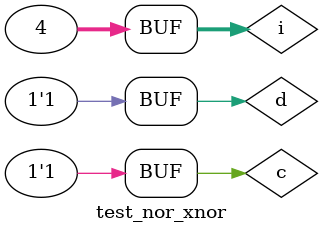
<source format=v>
module test_nor_xnor;
wire e;
reg c,d;
nand_xor rohit(.c(c),.d(d),.e(e));
integer i;
initial begin
c=0;d=0;
for(i=1;i<4;i=i+1)
#20 {c,d}=i;
end
endmodule
</source>
